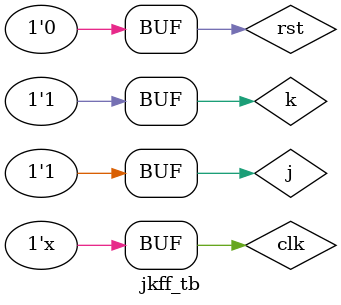
<source format=v>
module jkff(
    input j,
    input k,
    input clk,
    input rst,
    output reg q
);
    always @(posedge clk) begin
        if(rst)
            q <= 0;
        else
            q = (j & (~q)) | (~k & q); 
    end
endmodule

module jkff_tb();
    reg j,k,clk=0,rst;
    wire q;
    jkff dut(j,k,clk,rst,q);
    always #5 clk=~clk;

    initial begin
        rst = 1; j=0; k=0; #10;
        rst = 1; j=1; k=0; #10;
        rst = 0; j=0; k=0; #10;
        rst = 0; j=0; k=1; #10;
        rst = 0; j=1; k=0; #10;
        rst = 0; j=1; k=1; #10;
    end

endmodule
</source>
